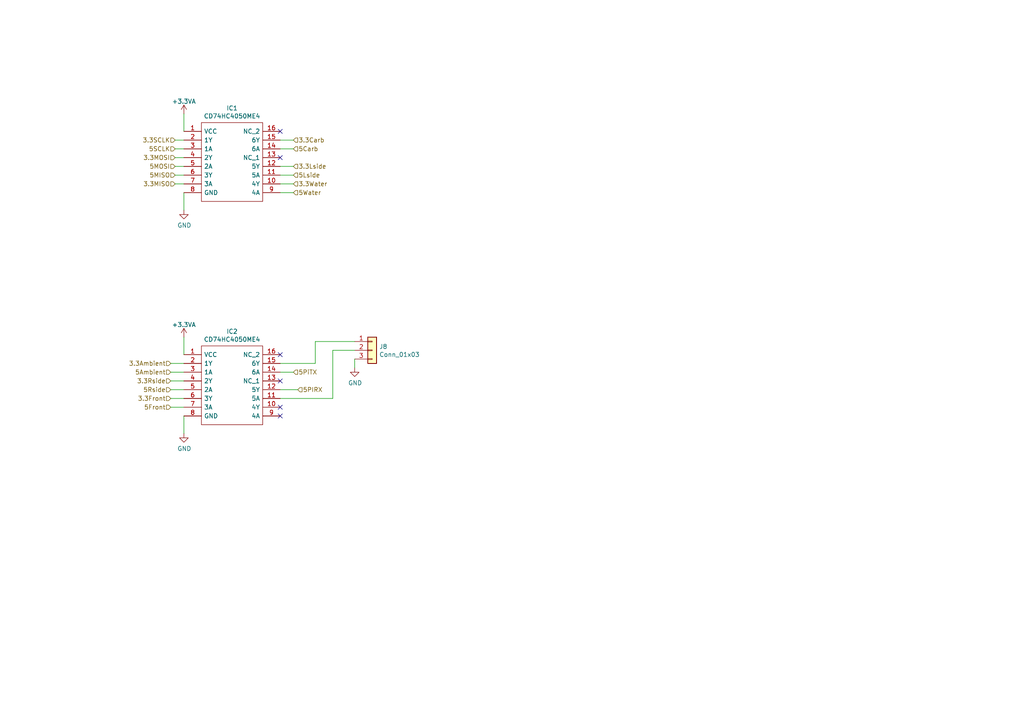
<source format=kicad_sch>
(kicad_sch (version 20211123) (generator eeschema)
  (paper "A4")
  (lib_symbols
    (symbol "Connector_Generic:Conn_01x03" (pin_names (offset 1.016) hide)
      (property "Reference" "J" (at 0 5.08 0))
      (property "Value" "Conn_01x03" (at 0 -5.08 0))
      (symbol "Conn_01x03_1_1"
        (rectangle (start -1.27 -2.413) (end 0 -2.667) (stroke (width 0.1524)))
        (rectangle (start -1.27 0.127) (end 0 -0.127) (stroke (width 0.1524)))
        (rectangle (start -1.27 2.667) (end 0 2.413) (stroke (width 0.1524)))
        (rectangle (start -1.27 3.81) (end 1.27 -3.81) (stroke (width 0.254)) (fill (type background)))
        (pin passive line (at -5.08 2.54 0) (length 3.81) (name "Pin_1") (number "1"))
        (pin passive line (at -5.08 0 0) (length 3.81) (name "Pin_2") (number "2"))
        (pin passive line (at -5.08 -2.54 0) (length 3.81) (name "Pin_3") (number "3"))
      )
    )
    (symbol "SamacSys_Parts:CD74HC4050ME4" (pin_names (offset 0.762))
      (property "Reference" "IC" (at 24.13 7.62 0))
      (property "Value" "SamacSys_Parts_CD74HC4050ME4" (at 24.13 5.08 0))
      (symbol "CD74HC4050ME4_0_0"
        (pin passive line (at 0 0 0) (length 5.08) (name "VCC") (number "1"))
        (pin passive line (at 27.94 -15.24 180) (length 5.08) (name "4Y") (number "10"))
        (pin passive line (at 27.94 -12.7 180) (length 5.08) (name "5A") (number "11"))
        (pin passive line (at 27.94 -10.16 180) (length 5.08) (name "5Y") (number "12"))
        (pin passive line (at 27.94 -7.62 180) (length 5.08) (name "NC_1") (number "13"))
        (pin passive line (at 27.94 -5.08 180) (length 5.08) (name "6A") (number "14"))
        (pin passive line (at 27.94 -2.54 180) (length 5.08) (name "6Y") (number "15"))
        (pin passive line (at 27.94 0 180) (length 5.08) (name "NC_2") (number "16"))
        (pin passive line (at 0 -2.54 0) (length 5.08) (name "1Y") (number "2"))
        (pin passive line (at 0 -5.08 0) (length 5.08) (name "1A") (number "3"))
        (pin passive line (at 0 -7.62 0) (length 5.08) (name "2Y") (number "4"))
        (pin passive line (at 0 -10.16 0) (length 5.08) (name "2A") (number "5"))
        (pin passive line (at 0 -12.7 0) (length 5.08) (name "3Y") (number "6"))
        (pin passive line (at 0 -15.24 0) (length 5.08) (name "3A") (number "7"))
        (pin passive line (at 0 -17.78 0) (length 5.08) (name "GND") (number "8"))
        (pin passive line (at 27.94 -17.78 180) (length 5.08) (name "4A") (number "9"))
      )
      (symbol "CD74HC4050ME4_0_1"
        (polyline (pts (xy 5.08 2.54) (xy 22.86 2.54) (xy 22.86 -20.32) (xy 5.08 -20.32) (xy 5.08 2.54)) (stroke (width 0.1524)))
      )
    )
    (symbol "power:+3.3VA" (power) (pin_names (offset 0))
      (property "Value" "+3.3VA" (at 0 3.556 0))
      (symbol "+3.3VA_0_1"
        (polyline (pts (xy -0.762 1.27) (xy 0 2.54)))
        (polyline (pts (xy 0 0) (xy 0 2.54)))
        (polyline (pts (xy 0 2.54) (xy 0.762 1.27)))
      )
      (symbol "+3.3VA_1_1"
        (pin power_in line (at 0 0 90) (length 0) hide (name "+3.3VA") (number "1"))
      )
    )
    (symbol "power:GND" (power) (pin_names (offset 0))
      (property "Value" "GND" (at 0 -3.81 0))
      (symbol "GND_0_1"
        (polyline (pts (xy 0 0) (xy 0 -1.27) (xy 1.27 -1.27) (xy 0 -2.54) (xy -1.27 -1.27) (xy 0 -1.27)))
      )
      (symbol "GND_1_1"
        (pin power_in line (at 0 0 270) (length 0) hide (name "GND") (number "1"))
      )
    )
  )
  (no_connect (at 81.28 120.65))
  (no_connect (at 81.28 102.87))
  (no_connect (at 81.28 45.72))
  (no_connect (at 81.28 118.11))
  (no_connect (at 81.28 110.49))
  (no_connect (at 81.28 38.1))
  (wire (pts (xy 49.53 107.95) (xy 53.34 107.95)))
  (wire (pts (xy 81.28 115.57) (xy 96.52 115.57)))
  (wire (pts (xy 86.36 113.03) (xy 81.28 113.03)))
  (wire (pts (xy 53.34 125.73) (xy 53.34 120.65)))
  (wire (pts (xy 96.52 115.57) (xy 96.52 101.6)))
  (wire (pts (xy 53.34 60.96) (xy 53.34 55.88)))
  (wire (pts (xy 91.44 99.06) (xy 102.87 99.06)))
  (wire (pts (xy 81.28 105.41) (xy 91.44 105.41)))
  (wire (pts (xy 53.34 38.1) (xy 53.34 33.02)))
  (wire (pts (xy 53.34 40.64) (xy 50.8 40.64)))
  (wire (pts (xy 102.87 106.68) (xy 102.87 104.14)))
  (wire (pts (xy 91.44 105.41) (xy 91.44 99.06)))
  (wire (pts (xy 85.09 43.18) (xy 81.28 43.18)))
  (wire (pts (xy 49.53 113.03) (xy 53.34 113.03)))
  (wire (pts (xy 85.09 55.88) (xy 81.28 55.88)))
  (wire (pts (xy 53.34 53.34) (xy 50.8 53.34)))
  (wire (pts (xy 81.28 40.64) (xy 85.09 40.64)))
  (wire (pts (xy 49.53 105.41) (xy 53.34 105.41)))
  (wire (pts (xy 53.34 50.8) (xy 50.8 50.8)))
  (wire (pts (xy 49.53 118.11) (xy 53.34 118.11)))
  (wire (pts (xy 81.28 53.34) (xy 85.09 53.34)))
  (wire (pts (xy 85.09 107.95) (xy 81.28 107.95)))
  (wire (pts (xy 53.34 102.87) (xy 53.34 97.79)))
  (wire (pts (xy 50.8 48.26) (xy 53.34 48.26)))
  (wire (pts (xy 81.28 48.26) (xy 85.09 48.26)))
  (wire (pts (xy 53.34 45.72) (xy 50.8 45.72)))
  (wire (pts (xy 49.53 110.49) (xy 53.34 110.49)))
  (wire (pts (xy 50.8 43.18) (xy 53.34 43.18)))
  (wire (pts (xy 49.53 115.57) (xy 53.34 115.57)))
  (wire (pts (xy 85.09 50.8) (xy 81.28 50.8)))
  (wire (pts (xy 96.52 101.6) (xy 102.87 101.6)))
  (hierarchical_label "3.3MOSI" (shape input) (at 50.8 45.72 180))
  (hierarchical_label "5MISO" (shape input) (at 50.8 50.8 180))
  (hierarchical_label "3.3Front" (shape input) (at 49.53 115.57 180))
  (hierarchical_label "3.3SCLK" (shape input) (at 50.8 40.64 180))
  (hierarchical_label "5PIRX" (shape input) (at 86.36 113.03 0))
  (hierarchical_label "3.3Carb" (shape input) (at 85.09 40.64 0))
  (hierarchical_label "5Water" (shape input) (at 85.09 55.88 0))
  (hierarchical_label "5PiTX" (shape input) (at 85.09 107.95 0))
  (hierarchical_label "5MOSI" (shape input) (at 50.8 48.26 180))
  (hierarchical_label "3.3Water" (shape input) (at 85.09 53.34 0))
  (hierarchical_label "5Carb" (shape input) (at 85.09 43.18 0))
  (hierarchical_label "5Front" (shape input) (at 49.53 118.11 180))
  (hierarchical_label "5SCLK" (shape input) (at 50.8 43.18 180))
  (hierarchical_label "3.3Lside" (shape input) (at 85.09 48.26 0))
  (hierarchical_label "5Rside" (shape input) (at 49.53 113.03 180))
  (hierarchical_label "3.3Ambient" (shape input) (at 49.53 105.41 180))
  (hierarchical_label "3.3Rside" (shape input) (at 49.53 110.49 180))
  (hierarchical_label "5Ambient" (shape input) (at 49.53 107.95 180))
  (hierarchical_label "5Lside" (shape input) (at 85.09 50.8 0))
  (hierarchical_label "3.3MISO" (shape input) (at 50.8 53.34 180))
  (symbol (lib_id "SamacSys_Parts:CD74HC4050ME4") (at 53.34 38.1 0) (unit 1)
    (property "Reference" "IC1" (at 67.31 31.369 0))
    (property "Value" "CD74HC4050ME4" (at 67.31 33.6804 0))
    (property "Footprint" "SamacSys_Parts:SOIC127P600X175-16N" (effects hide))
    (property "Datasheet" "https://www.ti.com/lit/pdf/MPDS178" (effects hide))
    (property "Description" "Buffers & Line Drivers Hi-Spd CMOS Logic Hex Non-Inv Bfr" (effects hide))
    (property "Height" "1.75" (effects hide))
    (property "Mouser Part Number" "595-CD74HC4050ME4" (effects hide))
    (property "Mouser Price/Stock" "https://www.mouser.co.uk/ProductDetail/Texas-Instruments/CD74HC4050ME4?qs=xFfolx0DHx14hqY1xeFnNQ%3D%3D" (effects hide))
    (property "Manufacturer_Name" "Texas Instruments" (effects hide))
    (property "Manufacturer_Part_Number" "CD74HC4050ME4" (effects hide))
  )
  (symbol (lib_id "power:GND") (at 53.34 60.96 0) (unit 1)
    (property "Reference" "#PWR018" (effects hide))
    (property "Value" "GND" (at 53.467 65.3542 0))
  )
  (symbol (lib_id "SamacSys_Parts:CD74HC4050ME4") (at 53.34 102.87 0) (unit 1)
    (property "Reference" "IC2" (at 67.31 96.139 0))
    (property "Value" "CD74HC4050ME4" (at 67.31 98.4504 0))
    (property "Footprint" "SamacSys_Parts:SOIC127P600X175-16N" (effects hide))
    (property "Datasheet" "https://www.ti.com/lit/pdf/MPDS178" (effects hide))
    (property "Description" "Buffers & Line Drivers Hi-Spd CMOS Logic Hex Non-Inv Bfr" (effects hide))
    (property "Height" "1.75" (effects hide))
    (property "Mouser Part Number" "595-CD74HC4050ME4" (effects hide))
    (property "Mouser Price/Stock" "https://www.mouser.co.uk/ProductDetail/Texas-Instruments/CD74HC4050ME4?qs=xFfolx0DHx14hqY1xeFnNQ%3D%3D" (effects hide))
    (property "Manufacturer_Name" "Texas Instruments" (effects hide))
    (property "Manufacturer_Part_Number" "CD74HC4050ME4" (effects hide))
  )
  (symbol (lib_id "power:GND") (at 53.34 125.73 0) (unit 1)
    (property "Reference" "#PWR020" (effects hide))
    (property "Value" "GND" (at 53.467 130.1242 0))
  )
  (symbol (lib_id "Connector_Generic:Conn_01x03") (at 107.95 101.6 0) (unit 1)
    (property "Reference" "J8" (at 109.982 100.5332 0) (effects (justify left)))
    (property "Value" "Conn_01x03" (at 109.982 102.8446 0) (effects (justify left)))
    (property "Footprint" "Connector_PinSocket_2.54mm:PinSocket_1x03_P2.54mm_Vertical" (effects hide))
  )
  (symbol (lib_id "power:GND") (at 102.87 106.68 0) (unit 1)
    (property "Reference" "#PWR021" (effects hide))
    (property "Value" "GND" (at 102.997 111.0742 0))
  )
  (symbol (lib_id "power:+3.3VA") (at 53.34 33.02 0) (mirror y) (unit 1)
    (property "Reference" "#PWR0132" (effects hide))
    (property "Value" "+3.3VA" (at 53.34 29.4155 0))
  )
  (symbol (lib_id "power:+3.3VA") (at 53.34 97.79 0) (mirror y) (unit 1)
    (property "Reference" "#PWR0133" (effects hide))
    (property "Value" "+3.3VA" (at 53.34 94.1855 0))
  )
)
</source>
